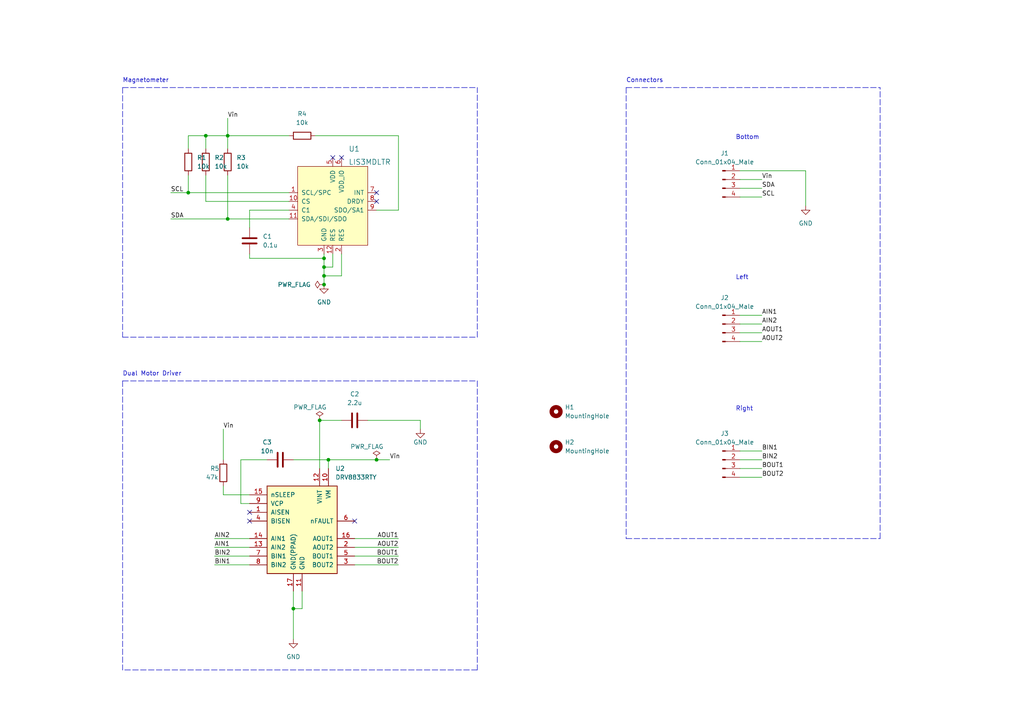
<source format=kicad_sch>
(kicad_sch (version 20211123) (generator eeschema)
  (paper "A4")
  (title_block (title "Custom PCB for Spherical Robot") (date "2022-12-29") (rev "v0.1") (company "Northern Illinois University") (comment 1 "Tommy Le"))
  (lib_symbols
    (symbol "Connector:Conn_01x04_Male" (pin_names (offset 1.016) hide)
      (property "Reference" "J" (at 0 5.08 0))
      (property "Value" "Conn_01x04_Male" (at 0 -7.62 0))
      (symbol "Conn_01x04_Male_1_1"
        (polyline (pts (xy 1.27 -5.08) (xy 0.8636 -5.08)) (stroke (width 0.1524)))
        (polyline (pts (xy 1.27 -2.54) (xy 0.8636 -2.54)) (stroke (width 0.1524)))
        (polyline (pts (xy 1.27 0) (xy 0.8636 0)) (stroke (width 0.1524)))
        (polyline (pts (xy 1.27 2.54) (xy 0.8636 2.54)) (stroke (width 0.1524)))
        (rectangle (start 0.8636 -4.953) (end 0 -5.207) (stroke (width 0.1524)) (fill (type outline)))
        (rectangle (start 0.8636 -2.413) (end 0 -2.667) (stroke (width 0.1524)) (fill (type outline)))
        (rectangle (start 0.8636 0.127) (end 0 -0.127) (stroke (width 0.1524)) (fill (type outline)))
        (rectangle (start 0.8636 2.667) (end 0 2.413) (stroke (width 0.1524)) (fill (type outline)))
        (pin passive line (at 5.08 2.54 180) (length 3.81) (name "Pin_1") (number "1"))
        (pin passive line (at 5.08 0 180) (length 3.81) (name "Pin_2") (number "2"))
        (pin passive line (at 5.08 -2.54 180) (length 3.81) (name "Pin_3") (number "3"))
        (pin passive line (at 5.08 -5.08 180) (length 3.81) (name "Pin_4") (number "4"))
      )
    )
    (symbol "Device:C" (pin_numbers hide) (pin_names (offset 0.254))
      (property "Reference" "C" (at 0.635 2.54 0))
      (property "Value" "C" (at 0.635 -2.54 0))
      (symbol "C_0_1"
        (polyline (pts (xy -2.032 -0.762) (xy 2.032 -0.762)) (stroke (width 0.508)))
        (polyline (pts (xy -2.032 0.762) (xy 2.032 0.762)) (stroke (width 0.508)))
      )
      (symbol "C_1_1"
        (pin passive line (at 0 3.81 270) (length 2.794) (name "~") (number "1"))
        (pin passive line (at 0 -3.81 90) (length 2.794) (name "~") (number "2"))
      )
    )
    (symbol "Device:R" (pin_numbers hide) (pin_names (offset 0))
      (property "Reference" "R" (at 2.032 0 90))
      (property "Value" "R" (at 0 0 90))
      (symbol "R_0_1"
        (rectangle (start -1.016 -2.54) (end 1.016 2.54) (stroke (width 0.254)))
      )
      (symbol "R_1_1"
        (pin passive line (at 0 3.81 270) (length 1.27) (name "~") (number "1"))
        (pin passive line (at 0 -3.81 90) (length 1.27) (name "~") (number "2"))
      )
    )
    (symbol "Driver_Motor:DRV8833RTY" (pin_names (offset 1.016))
      (property "Reference" "U" (at -3.81 16.51 0))
      (property "Value" "DRV8833RTY" (at -3.81 13.97 0))
      (symbol "DRV8833RTY_0_1"
        (rectangle (start -10.16 12.7) (end 10.16 -12.7) (stroke (width 0.254)) (fill (type background)))
      )
      (symbol "DRV8833RTY_1_1"
        (pin bidirectional line (at -15.24 5.08 0) (length 5.08) (name "AISEN") (number "1"))
        (pin power_in line (at 7.62 17.78 270) (length 5.08) (name "VM") (number "10"))
        (pin power_in line (at 0 -17.78 90) (length 5.08) (name "GND") (number "11"))
        (pin power_in line (at 5.08 17.78 270) (length 5.08) (name "VINT") (number "12"))
        (pin input line (at -15.24 -5.08 0) (length 5.08) (name "AIN2") (number "13"))
        (pin input line (at -15.24 -2.54 0) (length 5.08) (name "AIN1") (number "14"))
        (pin input line (at -15.24 10.16 0) (length 5.08) (name "nSLEEP") (number "15"))
        (pin power_out line (at 15.24 -2.54 180) (length 5.08) (name "AOUT1") (number "16"))
        (pin power_in line (at -2.54 -17.78 90) (length 5.08) (name "GND(PPAD)") (number "17"))
        (pin power_out line (at 15.24 -5.08 180) (length 5.08) (name "AOUT2") (number "2"))
        (pin power_out line (at 15.24 -10.16 180) (length 5.08) (name "BOUT2") (number "3"))
        (pin bidirectional line (at -15.24 2.54 0) (length 5.08) (name "BISEN") (number "4"))
        (pin power_out line (at 15.24 -7.62 180) (length 5.08) (name "BOUT1") (number "5"))
        (pin open_collector line (at 15.24 2.54 180) (length 5.08) (name "nFAULT") (number "6"))
        (pin input line (at -15.24 -7.62 0) (length 5.08) (name "BIN1") (number "7"))
        (pin input line (at -15.24 -10.16 0) (length 5.08) (name "BIN2") (number "8"))
        (pin bidirectional line (at -15.24 7.62 0) (length 5.08) (name "VCP") (number "9"))
      )
    )
    (symbol "Mechanical:MountingHole" (pin_names (offset 1.016))
      (property "Reference" "H" (at 0 5.08 0))
      (property "Value" "MountingHole" (at 0 3.175 0))
      (symbol "MountingHole_0_1"
        (circle (center 0 0) (radius 1.27) (stroke (width 1.27)))
      )
    )
    (symbol "dk_Magnetic-Sensors-Linear-Compass-ICs:LIS3MDLTR" (pin_names (offset 1.016))
      (property "Reference" "U" (at -8.89 11.43 0))
      (property "Value" "LIS3MDLTR" (at 5.08 -15.24 0))
      (symbol "LIS3MDLTR_0_1"
        (rectangle (start -10.16 10.16) (end 10.16 -12.7) (fill (type background)))
      )
      (symbol "LIS3MDLTR_1_1"
        (pin input line (at -12.7 2.54 0) (length 2.54) (name "SCL/SPC") (number "1"))
        (pin input line (at -12.7 0 0) (length 2.54) (name "CS") (number "10"))
        (pin bidirectional line (at -12.7 -5.08 0) (length 2.54) (name "SDA/SDI/SDO") (number "11"))
        (pin power_in line (at 0 -15.24 90) (length 2.54) (name "RES") (number "12"))
        (pin power_in line (at 2.54 -15.24 90) (length 2.54) (name "RES") (number "2"))
        (pin power_in line (at -2.54 -15.24 90) (length 2.54) (name "GND") (number "3"))
        (pin passive line (at -12.7 -2.54 0) (length 2.54) (name "C1") (number "4"))
        (pin power_in line (at 0 12.7 270) (length 2.54) (name "VDD") (number "5"))
        (pin power_in line (at 2.54 12.7 270) (length 2.54) (name "VDD_IO") (number "6"))
        (pin output line (at 12.7 2.54 180) (length 2.54) (name "INT") (number "7"))
        (pin output line (at 12.7 0 180) (length 2.54) (name "DRDY") (number "8"))
        (pin output line (at 12.7 -2.54 180) (length 2.54) (name "SDO/SA1") (number "9"))
      )
    )
    (symbol "power:GND" (power) (pin_names (offset 0))
      (property "Value" "GND" (at 0 -3.81 0))
      (symbol "GND_0_1"
        (polyline (pts (xy 0 0) (xy 0 -1.27) (xy 1.27 -1.27) (xy 0 -2.54) (xy -1.27 -1.27) (xy 0 -1.27)))
      )
      (symbol "GND_1_1"
        (pin power_in line (at 0 0 270) (length 0) hide (name "GND") (number "1"))
      )
    )
    (symbol "power:PWR_FLAG" (power) (pin_numbers hide) (pin_names (offset 0) hide)
      (property "Value" "PWR_FLAG" (at 0 3.81 0))
      (symbol "PWR_FLAG_0_0"
        (pin power_out line (at 0 0 90) (length 0) (name "pwr") (number "1"))
      )
      (symbol "PWR_FLAG_0_1"
        (polyline (pts (xy 0 0) (xy 0 1.27) (xy -1.016 1.905) (xy 0 2.54) (xy 1.016 1.905) (xy 0 1.27)))
      )
    )
  )
  (junction (at 54.61 55.88))
  (junction (at 59.69 39.37))
  (junction (at 93.98 80.01))
  (junction (at 95.25 133.35))
  (junction (at 109.22 133.35))
  (junction (at 66.04 39.37))
  (junction (at 92.71 121.92))
  (junction (at 93.98 74.93))
  (junction (at 93.98 82.55))
  (junction (at 93.98 77.47))
  (junction (at 66.04 63.5))
  (junction (at 85.09 176.53))
  (no_connect (at 109.22 55.88))
  (no_connect (at 102.87 151.13))
  (no_connect (at 72.39 151.13))
  (no_connect (at 96.52 45.72))
  (no_connect (at 99.06 45.72))
  (no_connect (at 109.22 58.42))
  (no_connect (at 72.39 148.59))
  (wire (pts (xy 83.82 60.96) (xy 72.39 60.96)))
  (wire (pts (xy 66.04 39.37) (xy 66.04 43.18)))
  (wire (pts (xy 214.63 91.44) (xy 220.98 91.44)))
  (wire (pts (xy 96.52 77.47) (xy 93.98 77.47)))
  (wire (pts (xy 87.63 171.45) (xy 87.63 176.53)))
  (wire (pts (xy 93.98 74.93) (xy 93.98 77.47)))
  (polyline (pts (xy 35.56 25.4) (xy 138.43 25.4)))
  (wire (pts (xy 64.77 124.46) (xy 64.77 133.35)))
  (wire (pts (xy 214.63 96.52) (xy 220.98 96.52)))
  (wire (pts (xy 214.63 130.81) (xy 220.98 130.81)))
  (wire (pts (xy 72.39 146.05) (xy 69.85 146.05)))
  (polyline (pts (xy 181.61 156.21) (xy 255.27 156.21)))
  (polyline (pts (xy 181.61 25.4) (xy 255.27 25.4)))
  (wire (pts (xy 214.63 133.35) (xy 220.98 133.35)))
  (polyline (pts (xy 35.56 25.4) (xy 35.56 97.79)))
  (wire (pts (xy 102.87 158.75) (xy 115.57 158.75)))
  (wire (pts (xy 85.09 176.53) (xy 85.09 185.42)))
  (wire (pts (xy 102.87 156.21) (xy 115.57 156.21)))
  (polyline (pts (xy 181.61 25.4) (xy 181.61 156.21)))
  (wire (pts (xy 54.61 50.8) (xy 54.61 55.88)))
  (wire (pts (xy 214.63 99.06) (xy 220.98 99.06)))
  (wire (pts (xy 66.04 63.5) (xy 83.82 63.5)))
  (wire (pts (xy 59.69 58.42) (xy 83.82 58.42)))
  (wire (pts (xy 214.63 54.61) (xy 220.98 54.61)))
  (wire (pts (xy 214.63 52.07) (xy 220.98 52.07)))
  (wire (pts (xy 99.06 73.66) (xy 99.06 80.01)))
  (polyline (pts (xy 138.43 194.31) (xy 35.56 194.31)))
  (wire (pts (xy 95.25 133.35) (xy 109.22 133.35)))
  (wire (pts (xy 64.77 143.51) (xy 72.39 143.51)))
  (wire (pts (xy 62.23 163.83) (xy 72.39 163.83)))
  (wire (pts (xy 87.63 176.53) (xy 85.09 176.53)))
  (wire (pts (xy 99.06 80.01) (xy 93.98 80.01)))
  (wire (pts (xy 115.57 60.96) (xy 115.57 39.37)))
  (wire (pts (xy 54.61 39.37) (xy 54.61 43.18)))
  (wire (pts (xy 66.04 39.37) (xy 83.82 39.37)))
  (wire (pts (xy 214.63 57.15) (xy 220.98 57.15)))
  (wire (pts (xy 66.04 34.29) (xy 66.04 39.37)))
  (wire (pts (xy 59.69 39.37) (xy 59.69 43.18)))
  (wire (pts (xy 62.23 156.21) (xy 72.39 156.21)))
  (wire (pts (xy 85.09 133.35) (xy 95.25 133.35)))
  (wire (pts (xy 72.39 73.66) (xy 72.39 74.93)))
  (polyline (pts (xy 138.43 110.49) (xy 138.43 194.31)))
  (wire (pts (xy 54.61 55.88) (xy 83.82 55.88)))
  (wire (pts (xy 102.87 163.83) (xy 115.57 163.83)))
  (wire (pts (xy 214.63 93.98) (xy 220.98 93.98)))
  (wire (pts (xy 69.85 133.35) (xy 69.85 146.05)))
  (wire (pts (xy 59.69 39.37) (xy 66.04 39.37)))
  (wire (pts (xy 69.85 133.35) (xy 77.47 133.35)))
  (wire (pts (xy 93.98 77.47) (xy 93.98 80.01)))
  (wire (pts (xy 214.63 49.53) (xy 233.68 49.53)))
  (wire (pts (xy 72.39 74.93) (xy 93.98 74.93)))
  (polyline (pts (xy 35.56 97.79) (xy 138.43 97.79)))
  (wire (pts (xy 95.25 135.89) (xy 95.25 133.35)))
  (wire (pts (xy 85.09 171.45) (xy 85.09 176.53)))
  (wire (pts (xy 49.53 63.5) (xy 66.04 63.5)))
  (wire (pts (xy 92.71 135.89) (xy 92.71 121.92)))
  (wire (pts (xy 62.23 161.29) (xy 72.39 161.29)))
  (wire (pts (xy 62.23 158.75) (xy 72.39 158.75)))
  (wire (pts (xy 106.68 121.92) (xy 121.92 121.92)))
  (wire (pts (xy 93.98 80.01) (xy 93.98 82.55)))
  (wire (pts (xy 233.68 49.53) (xy 233.68 59.69)))
  (wire (pts (xy 121.92 121.92) (xy 121.92 124.46)))
  (polyline (pts (xy 35.56 110.49) (xy 35.56 194.31)))
  (polyline (pts (xy 138.43 97.79) (xy 138.43 25.4)))
  (wire (pts (xy 72.39 60.96) (xy 72.39 66.04)))
  (wire (pts (xy 91.44 39.37) (xy 115.57 39.37)))
  (wire (pts (xy 64.77 140.97) (xy 64.77 143.51)))
  (wire (pts (xy 93.98 73.66) (xy 93.98 74.93)))
  (wire (pts (xy 49.53 55.88) (xy 54.61 55.88)))
  (polyline (pts (xy 255.27 156.21) (xy 255.27 25.4)))
  (wire (pts (xy 214.63 135.89) (xy 220.98 135.89)))
  (wire (pts (xy 109.22 60.96) (xy 115.57 60.96)))
  (wire (pts (xy 54.61 39.37) (xy 59.69 39.37)))
  (wire (pts (xy 59.69 50.8) (xy 59.69 58.42)))
  (wire (pts (xy 214.63 138.43) (xy 220.98 138.43)))
  (wire (pts (xy 92.71 121.92) (xy 99.06 121.92)))
  (polyline (pts (xy 35.56 110.49) (xy 138.43 110.49)))
  (wire (pts (xy 109.22 133.35) (xy 113.03 133.35)))
  (wire (pts (xy 102.87 161.29) (xy 115.57 161.29)))
  (wire (pts (xy 66.04 50.8) (xy 66.04 63.5)))
  (wire (pts (xy 96.52 73.66) (xy 96.52 77.47)))
  (text "Dual Motor Driver" (at 35.56 109.22 0) (effects (font (size 1.27 1.27)) (justify left bottom)))
  (text "Right" (at 213.36 119.38 0) (effects (font (size 1.27 1.27)) (justify left bottom)))
  (text "Left" (at 213.36 81.28 0) (effects (font (size 1.27 1.27)) (justify left bottom)))
  (text "Magnetometer" (at 35.56 24.13 0) (effects (font (size 1.27 1.27)) (justify left bottom)))
  (text "Bottom" (at 213.36 40.64 0) (effects (font (size 1.27 1.27)) (justify left bottom)))
  (text "Connectors" (at 181.61 24.13 0) (effects (font (size 1.27 1.27)) (justify left bottom)))
  (label "BOUT1" (at 220.98 135.89 0))
  (label "BIN2" (at 62.23 161.29 0))
  (label "Vin" (at 64.77 124.46 0))
  (label "BIN2" (at 220.98 133.35 0))
  (label "AOUT1" (at 115.57 156.21 180))
  (label "AOUT2" (at 220.98 99.06 0))
  (label "BIN1" (at 220.98 130.81 0))
  (label "BOUT2" (at 115.57 163.83 180))
  (label "AIN1" (at 62.23 158.75 0))
  (label "BIN1" (at 62.23 163.83 0))
  (label "SDA" (at 220.98 54.61 0))
  (label "SCL" (at 220.98 57.15 0))
  (label "AIN2" (at 220.98 93.98 0))
  (label "Vin" (at 113.03 133.35 0))
  (label "Vin" (at 66.04 34.29 0))
  (label "BOUT2" (at 220.98 138.43 0))
  (label "BOUT1" (at 115.57 161.29 180))
  (label "AIN2" (at 62.23 156.21 0))
  (label "SDA" (at 49.53 63.5 0))
  (label "AOUT1" (at 220.98 96.52 0))
  (label "SCL" (at 49.53 55.88 0))
  (label "AOUT2" (at 115.57 158.75 180))
  (label "AIN1" (at 220.98 91.44 0))
  (label "Vin" (at 220.98 52.07 0))
  (symbol (lib_id "Connector:Conn_01x04_Male") (at 209.55 93.98 0) (unit 1)
    (property "Reference" "J2" (at 210.185 86.36 0))
    (property "Value" "Conn_01x04_Male" (at 210.185 88.9 0))
    (property "Footprint" "Connector_PinHeader_1.27mm:PinHeader_1x04_P1.27mm_Vertical" (effects hide))
  )
  (symbol (lib_id "Mechanical:MountingHole") (at 161.29 119.38 0) (unit 1)
    (property "Reference" "H1" (at 163.83 118.1099 0) (effects (justify left)))
    (property "Value" "MountingHole" (at 163.83 120.6499 0) (effects (justify left)))
    (property "Footprint" "MountingHole:MountingHole_2.1mm" (effects hide))
  )
  (symbol (lib_id "Device:R") (at 64.77 137.16 0) (unit 1)
    (property "Reference" "R5" (at 60.96 135.89 0) (effects (justify left)))
    (property "Value" "47k" (at 59.69 138.43 0) (effects (justify left)))
    (property "Footprint" "Resistor_SMD:R_0201_0603Metric" (effects hide))
  )
  (symbol (lib_id "Device:R") (at 87.63 39.37 90) (unit 1)
    (property "Reference" "R4" (at 87.63 33.02 90))
    (property "Value" "10k" (at 87.63 35.56 90))
    (property "Footprint" "Resistor_SMD:R_0201_0603Metric" (effects hide))
  )
  (symbol (lib_id "power:GND") (at 93.98 82.55 0) (unit 1)
    (property "Reference" "#PWR01" (effects hide))
    (property "Value" "GND" (at 93.98 87.63 0))
  )
  (symbol (lib_id "power:PWR_FLAG") (at 109.22 133.35 0) (unit 1)
    (property "Reference" "#FLG0101" (effects hide))
    (property "Value" "PWR_FLAG" (at 101.6 129.54 0) (effects (justify left)))
  )
  (symbol (lib_id "Driver_Motor:DRV8833RTY") (at 87.63 153.67 0) (unit 1)
    (property "Reference" "U2" (at 97.2694 135.89 0) (effects (justify left)))
    (property "Value" "DRV8833RTY" (at 97.2694 138.43 0) (effects (justify left)))
    (property "Footprint" "Package_DFN_QFN:Texas_S-PWQFN-N16_EP2.1x2.1mm_ThermalVias" (effects hide))
    (property "Datasheet" "http://www.ti.com/lit/ds/symlink/drv8833.pdf" (effects hide))
  )
  (symbol (lib_id "power:PWR_FLAG") (at 93.98 82.55 90) (unit 1)
    (property "Reference" "#FLG02" (effects hide))
    (property "Value" "PWR_FLAG" (at 90.17 82.5499 90) (effects (justify left)))
  )
  (symbol (lib_id "power:GND") (at 85.09 185.42 0) (unit 1)
    (property "Reference" "#PWR03" (effects hide))
    (property "Value" "GND" (at 85.09 190.5 0))
  )
  (symbol (lib_id "power:PWR_FLAG") (at 92.71 121.92 0) (unit 1)
    (property "Reference" "#FLG0102" (effects hide))
    (property "Value" "PWR_FLAG" (at 85.09 118.11 0) (effects (justify left)))
  )
  (symbol (lib_id "Device:R") (at 66.04 46.99 0) (unit 1)
    (property "Reference" "R3" (at 68.58 45.7199 0) (effects (justify left)))
    (property "Value" "10k" (at 68.58 48.2599 0) (effects (justify left)))
    (property "Footprint" "Resistor_SMD:R_0201_0603Metric" (effects hide))
  )
  (symbol (lib_id "Device:C") (at 102.87 121.92 90) (unit 1)
    (property "Reference" "C2" (at 102.87 114.3 90))
    (property "Value" "2.2u" (at 102.87 116.84 90))
    (property "Footprint" "Capacitor_SMD:C_0201_0603Metric" (effects hide))
  )
  (symbol (lib_id "power:GND") (at 121.92 124.46 0) (unit 1)
    (property "Reference" "#PWR02" (effects hide))
    (property "Value" "GND" (at 121.92 128.27 0))
  )
  (symbol (lib_id "Connector:Conn_01x04_Male") (at 209.55 52.07 0) (unit 1)
    (property "Reference" "J1" (at 210.185 44.45 0))
    (property "Value" "Conn_01x04_Male" (at 210.185 46.99 0))
    (property "Footprint" "Connector_PinHeader_1.27mm:PinHeader_1x04_P1.27mm_Vertical" (effects hide))
  )
  (symbol (lib_id "Device:R") (at 59.69 46.99 0) (unit 1)
    (property "Reference" "R2" (at 62.23 45.7199 0) (effects (justify left)))
    (property "Value" "10k" (at 62.23 48.2599 0) (effects (justify left)))
    (property "Footprint" "Resistor_SMD:R_0201_0603Metric" (effects hide))
  )
  (symbol (lib_id "Device:R") (at 54.61 46.99 0) (unit 1)
    (property "Reference" "R1" (at 57.15 45.7199 0) (effects (justify left)))
    (property "Value" "10k" (at 57.15 48.2599 0) (effects (justify left)))
    (property "Footprint" "Resistor_SMD:R_0201_0603Metric" (effects hide))
  )
  (symbol (lib_id "dk_Magnetic-Sensors-Linear-Compass-ICs:LIS3MDLTR") (at 96.52 58.42 0) (unit 1)
    (property "Reference" "U1" (at 101.0794 43.18 0) (effects (font (size 1.524 1.524)) (justify left)))
    (property "Value" "LIS3MDLTR" (at 101.0794 46.99 0) (effects (font (size 1.524 1.524)) (justify left)))
    (property "Footprint" "digikey-footprints:VFLGA-12_2x2mm" (effects hide))
    (property "Datasheet" "http://www.st.com/content/ccc/resource/technical/document/datasheet/54/2a/85/76/e3/97/42/18/DM00075867.pdf/files/DM00075867.pdf/jcr:content/translations/en.DM00075867.pdf" (effects hide))
    (property "Digi-Key_PN" "497-13892-1-ND" (effects hide))
    (property "MPN" "LIS3MDLTR" (effects hide))
    (property "Category" "Sensors, Transducers" (effects hide))
    (property "Family" "Magnetic Sensors - Linear, Compass (ICs)" (effects hide))
    (property "DK_Datasheet_Link" "http://www.st.com/content/ccc/resource/technical/document/datasheet/54/2a/85/76/e3/97/42/18/DM00075867.pdf/files/DM00075867.pdf/jcr:content/translations/en.DM00075867.pdf" (effects hide))
    (property "DK_Detail_Page" "/product-detail/en/stmicroelectronics/LIS3MDLTR/497-13892-1-ND/4309737" (effects hide))
    (property "Description" "SENSOR MR I2C/SPI 12LGA" (effects hide))
    (property "Manufacturer" "STMicroelectronics" (effects hide))
    (property "Status" "Active" (effects hide))
  )
  (symbol (lib_id "Mechanical:MountingHole") (at 161.29 129.54 0) (unit 1)
    (property "Reference" "H2" (at 163.83 128.2699 0) (effects (justify left)))
    (property "Value" "MountingHole" (at 163.83 130.8099 0) (effects (justify left)))
    (property "Footprint" "MountingHole:MountingHole_2.1mm" (effects hide))
  )
  (symbol (lib_id "Device:C") (at 81.28 133.35 90) (unit 1)
    (property "Reference" "C3" (at 77.47 128.27 90))
    (property "Value" "10n" (at 77.47 130.81 90))
    (property "Footprint" "Capacitor_SMD:C_0201_0603Metric" (effects hide))
  )
  (symbol (lib_id "Connector:Conn_01x04_Male") (at 209.55 133.35 0) (unit 1)
    (property "Reference" "J3" (at 210.185 125.73 0))
    (property "Value" "Conn_01x04_Male" (at 210.185 128.27 0))
    (property "Footprint" "Connector_PinHeader_1.27mm:PinHeader_1x04_P1.27mm_Vertical" (effects hide))
  )
  (symbol (lib_id "power:GND") (at 233.68 59.69 0) (unit 1)
    (property "Reference" "#PWR04" (effects hide))
    (property "Value" "GND" (at 233.68 64.77 0))
  )
  (symbol (lib_id "Device:C") (at 72.39 69.85 0) (unit 1)
    (property "Reference" "C1" (at 76.2 68.5799 0) (effects (justify left)))
    (property "Value" "0.1u" (at 76.2 71.1199 0) (effects (justify left)))
    (property "Footprint" "Capacitor_SMD:C_0201_0603Metric" (effects hide))
  )
)
</source>
